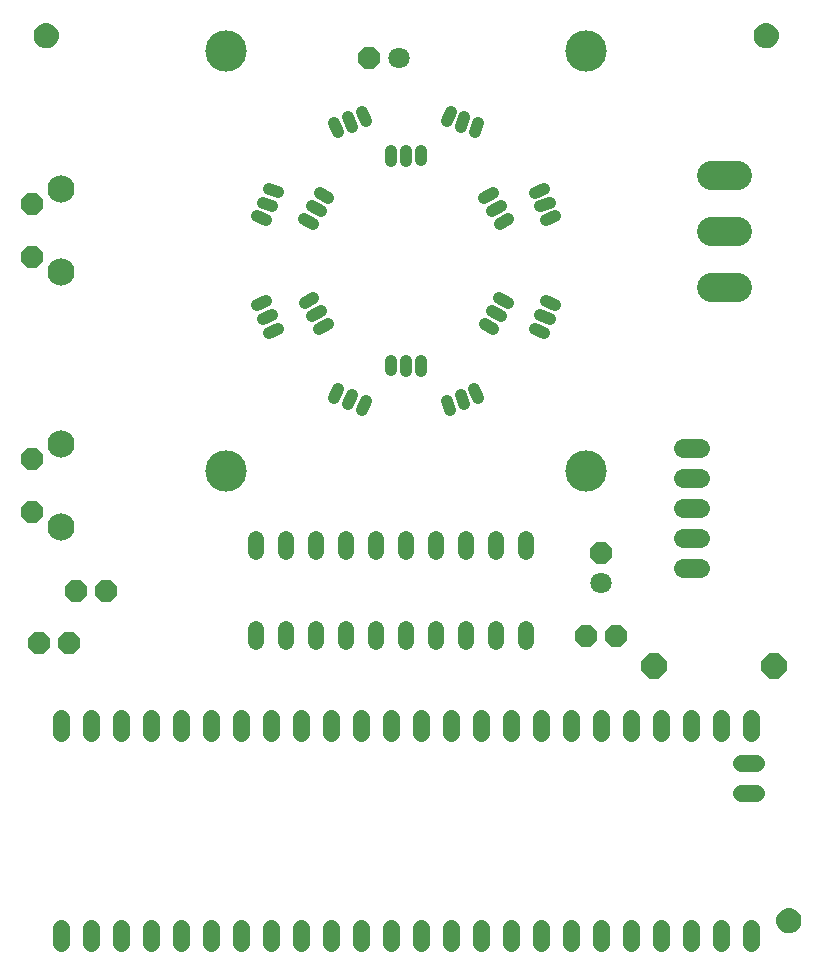
<source format=gbr>
G04 EAGLE Gerber RS-274X export*
G75*
%MOMM*%
%FSLAX34Y34*%
%LPD*%
%INSoldermask Bottom*%
%IPPOS*%
%AMOC8*
5,1,8,0,0,1.08239X$1,22.5*%
G01*
%ADD10P,1.951982X8X22.500000*%
%ADD11P,1.951982X8X202.500000*%
%ADD12C,1.058000*%
%ADD13C,1.016000*%
%ADD14C,3.503200*%
%ADD15C,1.625600*%
%ADD16C,2.443481*%
%ADD17P,1.951982X8X112.500000*%
%ADD18C,1.803400*%
%ADD19P,2.309387X8X202.500000*%
%ADD20C,1.341119*%
%ADD21P,2.034460X8X292.500000*%
%ADD22C,2.301238*%
%ADD23C,1.463200*%

G36*
X649492Y789620D02*
X649492Y789620D01*
X649535Y789632D01*
X649601Y789639D01*
X651284Y790090D01*
X651325Y790109D01*
X651388Y790128D01*
X652968Y790865D01*
X653005Y790891D01*
X653064Y790920D01*
X654492Y791920D01*
X654523Y791952D01*
X654576Y791991D01*
X655809Y793224D01*
X655834Y793260D01*
X655880Y793308D01*
X656880Y794736D01*
X656898Y794777D01*
X656935Y794832D01*
X657672Y796412D01*
X657683Y796455D01*
X657710Y796516D01*
X658161Y798199D01*
X658163Y798230D01*
X658170Y798252D01*
X658170Y798267D01*
X658180Y798308D01*
X658332Y800045D01*
X658328Y800089D01*
X658332Y800155D01*
X658180Y801892D01*
X658168Y801935D01*
X658161Y802001D01*
X657710Y803684D01*
X657691Y803725D01*
X657672Y803788D01*
X656935Y805368D01*
X656909Y805405D01*
X656880Y805464D01*
X655880Y806892D01*
X655848Y806923D01*
X655809Y806976D01*
X654576Y808209D01*
X654540Y808234D01*
X654492Y808280D01*
X653064Y809280D01*
X653023Y809298D01*
X652968Y809335D01*
X651388Y810072D01*
X651345Y810083D01*
X651284Y810110D01*
X649601Y810561D01*
X649556Y810564D01*
X649492Y810580D01*
X647755Y810732D01*
X647711Y810728D01*
X647645Y810732D01*
X645908Y810580D01*
X645865Y810568D01*
X645799Y810561D01*
X644116Y810110D01*
X644075Y810091D01*
X644012Y810072D01*
X642432Y809335D01*
X642395Y809309D01*
X642336Y809280D01*
X640908Y808280D01*
X640877Y808248D01*
X640824Y808209D01*
X639591Y806976D01*
X639566Y806940D01*
X639520Y806892D01*
X638520Y805464D01*
X638502Y805423D01*
X638465Y805368D01*
X637728Y803788D01*
X637717Y803745D01*
X637690Y803684D01*
X637239Y802001D01*
X637236Y801956D01*
X637220Y801892D01*
X637068Y800155D01*
X637072Y800111D01*
X637068Y800045D01*
X637220Y798308D01*
X637232Y798265D01*
X637236Y798231D01*
X637236Y798215D01*
X637238Y798210D01*
X637239Y798199D01*
X637690Y796516D01*
X637709Y796475D01*
X637728Y796412D01*
X638465Y794832D01*
X638491Y794795D01*
X638520Y794736D01*
X639520Y793308D01*
X639552Y793277D01*
X639591Y793224D01*
X640824Y791991D01*
X640860Y791966D01*
X640908Y791920D01*
X642336Y790920D01*
X642377Y790902D01*
X642432Y790865D01*
X644012Y790128D01*
X644055Y790117D01*
X644116Y790090D01*
X645799Y789639D01*
X645844Y789636D01*
X645908Y789620D01*
X647645Y789468D01*
X647689Y789472D01*
X647755Y789468D01*
X649492Y789620D01*
G37*
G36*
X39892Y789620D02*
X39892Y789620D01*
X39935Y789632D01*
X40001Y789639D01*
X41684Y790090D01*
X41725Y790109D01*
X41788Y790128D01*
X43368Y790865D01*
X43405Y790891D01*
X43464Y790920D01*
X44892Y791920D01*
X44923Y791952D01*
X44976Y791991D01*
X46209Y793224D01*
X46234Y793260D01*
X46280Y793308D01*
X47280Y794736D01*
X47298Y794777D01*
X47335Y794832D01*
X48072Y796412D01*
X48083Y796455D01*
X48110Y796516D01*
X48561Y798199D01*
X48563Y798230D01*
X48570Y798252D01*
X48570Y798267D01*
X48580Y798308D01*
X48732Y800045D01*
X48728Y800089D01*
X48732Y800155D01*
X48580Y801892D01*
X48568Y801935D01*
X48561Y802001D01*
X48110Y803684D01*
X48091Y803725D01*
X48072Y803788D01*
X47335Y805368D01*
X47309Y805405D01*
X47280Y805464D01*
X46280Y806892D01*
X46248Y806923D01*
X46209Y806976D01*
X44976Y808209D01*
X44940Y808234D01*
X44892Y808280D01*
X43464Y809280D01*
X43423Y809298D01*
X43368Y809335D01*
X41788Y810072D01*
X41745Y810083D01*
X41684Y810110D01*
X40001Y810561D01*
X39956Y810564D01*
X39892Y810580D01*
X38155Y810732D01*
X38111Y810728D01*
X38045Y810732D01*
X36308Y810580D01*
X36265Y810568D01*
X36199Y810561D01*
X34516Y810110D01*
X34475Y810091D01*
X34412Y810072D01*
X32832Y809335D01*
X32795Y809309D01*
X32736Y809280D01*
X31308Y808280D01*
X31277Y808248D01*
X31224Y808209D01*
X29991Y806976D01*
X29966Y806940D01*
X29920Y806892D01*
X28920Y805464D01*
X28902Y805423D01*
X28865Y805368D01*
X28128Y803788D01*
X28117Y803745D01*
X28090Y803684D01*
X27639Y802001D01*
X27636Y801956D01*
X27620Y801892D01*
X27468Y800155D01*
X27472Y800111D01*
X27468Y800045D01*
X27620Y798308D01*
X27632Y798265D01*
X27636Y798231D01*
X27636Y798215D01*
X27638Y798210D01*
X27639Y798199D01*
X28090Y796516D01*
X28109Y796475D01*
X28128Y796412D01*
X28865Y794832D01*
X28891Y794795D01*
X28920Y794736D01*
X29920Y793308D01*
X29952Y793277D01*
X29991Y793224D01*
X31224Y791991D01*
X31260Y791966D01*
X31308Y791920D01*
X32736Y790920D01*
X32777Y790902D01*
X32832Y790865D01*
X34412Y790128D01*
X34455Y790117D01*
X34516Y790090D01*
X36199Y789639D01*
X36244Y789636D01*
X36308Y789620D01*
X38045Y789468D01*
X38089Y789472D01*
X38155Y789468D01*
X39892Y789620D01*
G37*
G36*
X668542Y40320D02*
X668542Y40320D01*
X668585Y40332D01*
X668651Y40339D01*
X670334Y40790D01*
X670375Y40809D01*
X670438Y40828D01*
X672018Y41565D01*
X672055Y41591D01*
X672114Y41620D01*
X673542Y42620D01*
X673573Y42652D01*
X673626Y42691D01*
X674859Y43924D01*
X674884Y43960D01*
X674930Y44008D01*
X675930Y45436D01*
X675948Y45477D01*
X675985Y45532D01*
X676722Y47112D01*
X676733Y47155D01*
X676760Y47216D01*
X677211Y48899D01*
X677213Y48931D01*
X677220Y48952D01*
X677220Y48967D01*
X677230Y49008D01*
X677382Y50745D01*
X677378Y50789D01*
X677382Y50855D01*
X677230Y52592D01*
X677218Y52635D01*
X677211Y52701D01*
X676760Y54384D01*
X676741Y54425D01*
X676722Y54488D01*
X675985Y56068D01*
X675959Y56105D01*
X675930Y56164D01*
X674930Y57592D01*
X674898Y57623D01*
X674859Y57676D01*
X673626Y58909D01*
X673590Y58934D01*
X673542Y58980D01*
X672114Y59980D01*
X672073Y59998D01*
X672018Y60035D01*
X670438Y60772D01*
X670395Y60783D01*
X670334Y60810D01*
X668651Y61261D01*
X668606Y61264D01*
X668542Y61280D01*
X666805Y61432D01*
X666761Y61428D01*
X666695Y61432D01*
X664958Y61280D01*
X664915Y61268D01*
X664849Y61261D01*
X663166Y60810D01*
X663125Y60791D01*
X663062Y60772D01*
X661482Y60035D01*
X661445Y60009D01*
X661386Y59980D01*
X659958Y58980D01*
X659927Y58948D01*
X659874Y58909D01*
X658641Y57676D01*
X658616Y57640D01*
X658570Y57592D01*
X657570Y56164D01*
X657552Y56123D01*
X657515Y56068D01*
X656778Y54488D01*
X656767Y54445D01*
X656740Y54384D01*
X656289Y52701D01*
X656286Y52656D01*
X656270Y52592D01*
X656118Y50855D01*
X656122Y50811D01*
X656118Y50745D01*
X656270Y49008D01*
X656282Y48965D01*
X656286Y48930D01*
X656286Y48915D01*
X656288Y48910D01*
X656289Y48899D01*
X656740Y47216D01*
X656759Y47175D01*
X656778Y47112D01*
X657515Y45532D01*
X657541Y45495D01*
X657570Y45436D01*
X658570Y44008D01*
X658602Y43977D01*
X658641Y43924D01*
X659874Y42691D01*
X659910Y42666D01*
X659958Y42620D01*
X661386Y41620D01*
X661427Y41602D01*
X661482Y41565D01*
X663062Y40828D01*
X663105Y40817D01*
X663166Y40790D01*
X664849Y40339D01*
X664894Y40336D01*
X664958Y40320D01*
X666695Y40168D01*
X666739Y40172D01*
X666805Y40168D01*
X668542Y40320D01*
G37*
D10*
X495300Y292100D03*
X520700Y292100D03*
D11*
X88900Y330200D03*
X63500Y330200D03*
D12*
X285177Y718266D02*
X281906Y726164D01*
X293639Y731024D02*
X296911Y723126D01*
D13*
X308564Y728180D02*
X305453Y735690D01*
D12*
X330200Y702774D02*
X330200Y694226D01*
X342900Y694226D02*
X342900Y702774D01*
D13*
X355600Y702564D02*
X355600Y694436D01*
D12*
X264051Y640914D02*
X256649Y645188D01*
X262999Y656187D02*
X270401Y651913D01*
D13*
X276570Y663017D02*
X269531Y667081D01*
D12*
X276751Y556288D02*
X269349Y552015D01*
X262999Y563013D02*
X270401Y567287D01*
D13*
X263870Y578180D02*
X256831Y574117D01*
D12*
X355600Y524974D02*
X355600Y516426D01*
X342900Y516426D02*
X342900Y524974D01*
D13*
X330200Y524764D02*
X330200Y516636D01*
D12*
X421749Y578285D02*
X429151Y574012D01*
X422801Y563013D02*
X415399Y567287D01*
D13*
X409231Y556183D02*
X416270Y552120D01*
D12*
X409049Y662912D02*
X416451Y667186D01*
X422801Y656187D02*
X415399Y651913D01*
D13*
X421931Y641019D02*
X428970Y645083D01*
D12*
X224514Y643856D02*
X216616Y647127D01*
X221476Y658861D02*
X229374Y655589D01*
D13*
X234040Y667403D02*
X226530Y670513D01*
D12*
X234234Y551877D02*
X226336Y548606D01*
X221476Y560339D02*
X229374Y563611D01*
D13*
X224320Y575263D02*
X216810Y572153D01*
D12*
X308644Y491214D02*
X305373Y483316D01*
X293639Y488176D02*
X296911Y496074D01*
D13*
X285097Y500740D02*
X281987Y493230D01*
D12*
X400623Y500934D02*
X403894Y493036D01*
X392161Y488176D02*
X388889Y496074D01*
D13*
X377237Y491020D02*
X380347Y483510D01*
D12*
X461286Y575344D02*
X469184Y572073D01*
X464324Y560339D02*
X456426Y563611D01*
D13*
X451760Y551797D02*
X459270Y548687D01*
D12*
X451566Y667323D02*
X459464Y670594D01*
X464324Y658861D02*
X456426Y655589D01*
D13*
X461480Y643937D02*
X468990Y647047D01*
D12*
X377156Y727986D02*
X380427Y735884D01*
X392161Y731024D02*
X388889Y723126D01*
D13*
X400703Y718460D02*
X403814Y725970D01*
D14*
X190500Y431800D03*
X495300Y431800D03*
X190500Y787400D03*
X495300Y787400D03*
D15*
X577088Y450850D02*
X591312Y450850D01*
X591312Y425450D02*
X577088Y425450D01*
X577088Y400050D02*
X591312Y400050D01*
X591312Y374650D02*
X577088Y374650D01*
X577088Y349250D02*
X591312Y349250D01*
D16*
X600939Y635000D02*
X623341Y635000D01*
X623341Y587502D02*
X600939Y587502D01*
X600939Y682498D02*
X623341Y682498D01*
D17*
X508000Y361950D03*
D18*
X508000Y336550D03*
D11*
X311150Y781050D03*
D18*
X336550Y781050D03*
D19*
X552450Y266700D03*
X654050Y266700D03*
D20*
X444500Y362610D02*
X444500Y373990D01*
X419100Y373990D02*
X419100Y362610D01*
X292100Y362610D02*
X292100Y373990D01*
X266700Y373990D02*
X266700Y362610D01*
X393700Y362610D02*
X393700Y373990D01*
X368300Y373990D02*
X368300Y362610D01*
X317500Y362610D02*
X317500Y373990D01*
X342900Y373990D02*
X342900Y362610D01*
X241300Y362610D02*
X241300Y373990D01*
X215900Y373990D02*
X215900Y362610D01*
X215900Y297790D02*
X215900Y286410D01*
X241300Y286410D02*
X241300Y297790D01*
X266700Y297790D02*
X266700Y286410D01*
X292100Y286410D02*
X292100Y297790D01*
X317500Y297790D02*
X317500Y286410D01*
X342900Y286410D02*
X342900Y297790D01*
X368300Y297790D02*
X368300Y286410D01*
X393700Y286410D02*
X393700Y297790D01*
X419100Y297790D02*
X419100Y286410D01*
X444500Y286410D02*
X444500Y297790D01*
D21*
X25654Y657606D03*
X25654Y612394D03*
D22*
X50546Y670052D03*
X50546Y599948D03*
D10*
X31750Y285750D03*
X57150Y285750D03*
D21*
X25654Y441706D03*
X25654Y396494D03*
D22*
X50546Y454152D03*
X50546Y384048D03*
D23*
X482600Y222200D02*
X482600Y209600D01*
X457200Y209600D02*
X457200Y222200D01*
X431800Y222200D02*
X431800Y209600D01*
X406400Y209600D02*
X406400Y222200D01*
X381000Y222200D02*
X381000Y209600D01*
X355600Y209600D02*
X355600Y222200D01*
X330200Y222200D02*
X330200Y209600D01*
X304800Y209600D02*
X304800Y222200D01*
X279400Y222200D02*
X279400Y209600D01*
X254000Y209600D02*
X254000Y222200D01*
X254000Y44400D02*
X254000Y31800D01*
X279400Y31800D02*
X279400Y44400D01*
X304800Y44400D02*
X304800Y31800D01*
X330200Y31800D02*
X330200Y44400D01*
X355600Y44400D02*
X355600Y31800D01*
X381000Y31800D02*
X381000Y44400D01*
X406400Y44400D02*
X406400Y31800D01*
X431800Y31800D02*
X431800Y44400D01*
X457200Y44400D02*
X457200Y31800D01*
X482600Y31800D02*
X482600Y44400D01*
X626160Y158750D02*
X638760Y158750D01*
X638760Y184150D02*
X626160Y184150D01*
X228600Y209600D02*
X228600Y222200D01*
X203200Y222200D02*
X203200Y209600D01*
X508000Y44400D02*
X508000Y31800D01*
X533400Y31800D02*
X533400Y44400D01*
X558800Y44400D02*
X558800Y31800D01*
X584200Y31800D02*
X584200Y44400D01*
X609600Y44400D02*
X609600Y31800D01*
X635000Y31800D02*
X635000Y44400D01*
X508000Y209600D02*
X508000Y222200D01*
X533400Y222200D02*
X533400Y209600D01*
X558800Y209600D02*
X558800Y222200D01*
X584200Y222200D02*
X584200Y209600D01*
X609600Y209600D02*
X609600Y222200D01*
X635000Y222200D02*
X635000Y209600D01*
X177800Y209600D02*
X177800Y222200D01*
X152400Y222200D02*
X152400Y209600D01*
X127000Y209600D02*
X127000Y222200D01*
X101600Y222200D02*
X101600Y209600D01*
X76200Y209600D02*
X76200Y222200D01*
X50800Y222200D02*
X50800Y209600D01*
X228600Y44400D02*
X228600Y31800D01*
X203200Y31800D02*
X203200Y44400D01*
X177800Y44400D02*
X177800Y31800D01*
X152400Y31800D02*
X152400Y44400D01*
X127000Y44400D02*
X127000Y31800D01*
X101600Y31800D02*
X101600Y44400D01*
X76200Y44400D02*
X76200Y31800D01*
X50800Y31800D02*
X50800Y44400D01*
M02*

</source>
